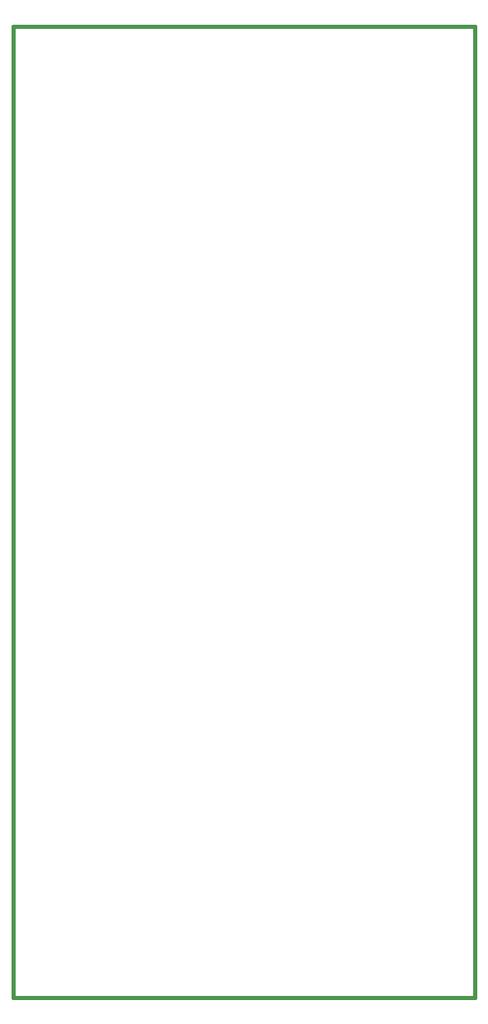
<source format=gm1>
G04 #@! TF.GenerationSoftware,KiCad,Pcbnew,(5.1.5)-3*
G04 #@! TF.CreationDate,2022-01-12T20:14:22+01:00*
G04 #@! TF.ProjectId,gbm8,67626d38-2e6b-4696-9361-645f70636258,0424 - A*
G04 #@! TF.SameCoordinates,Original*
G04 #@! TF.FileFunction,Profile,NP*
%FSLAX46Y46*%
G04 Gerber Fmt 4.6, Leading zero omitted, Abs format (unit mm)*
G04 Created by KiCad (PCBNEW (5.1.5)-3) date 2022-01-12 20:14:22*
%MOMM*%
%LPD*%
G04 APERTURE LIST*
%ADD10C,0.381000*%
G04 APERTURE END LIST*
D10*
X177546000Y-51117500D02*
X130175000Y-51117500D01*
X177546000Y-150812500D02*
X177546000Y-51117500D01*
X130175000Y-150812500D02*
X177546000Y-150812500D01*
X130175000Y-51117500D02*
X130175000Y-150812500D01*
M02*

</source>
